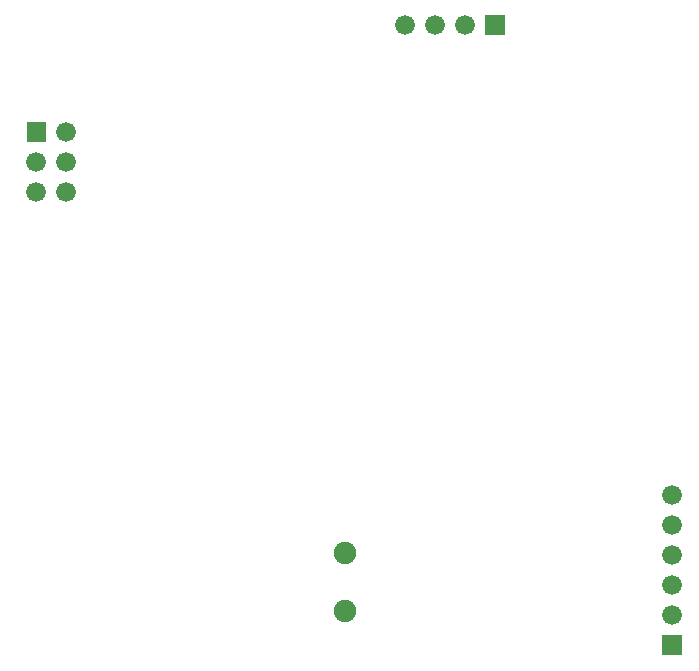
<source format=gbs>
G04 Layer: BottomSolderMaskLayer*
G04 EasyEDA v6.5.3, 2022-04-03 17:45:16*
G04 78107e5fb92a4dff92b191d725c0db84,37927428d3cb42c68971fe41ce46a6a6,10*
G04 Gerber Generator version 0.2*
G04 Scale: 100 percent, Rotated: No, Reflected: No *
G04 Dimensions in millimeters *
G04 leading zeros omitted , absolute positions ,4 integer and 5 decimal *
%FSLAX45Y45*%
%MOMM*%

%ADD37R,1.6764X1.6764*%
%ADD38C,1.6764*%
%ADD44C,1.9016*%

%LPD*%
G36*
X640105Y1541729D02*
G01*
X640105Y1709369D01*
X807745Y1709369D01*
X807745Y1541729D01*
G37*
D38*
G01*
X469900Y1625600D03*
G01*
X215900Y1625600D03*
G01*
X-38100Y1625600D03*
D44*
G01*
X-540994Y-2844190D03*
G01*
X-540994Y-3332175D03*
D38*
G01*
X-2903194Y213817D03*
G01*
X-3157194Y213817D03*
G01*
X-2903194Y467817D03*
G01*
X-3157194Y467817D03*
G01*
X-2903194Y721817D03*
G36*
X-3241014Y637997D02*
G01*
X-3241014Y805637D01*
X-3073374Y805637D01*
X-3073374Y637997D01*
G37*
G01*
X2227605Y-2351582D03*
G01*
X2227605Y-2605582D03*
G01*
X2227605Y-2859582D03*
G01*
X2227605Y-3113582D03*
G01*
X2227605Y-3367582D03*
D37*
G01*
X2227605Y-3621582D03*
M02*

</source>
